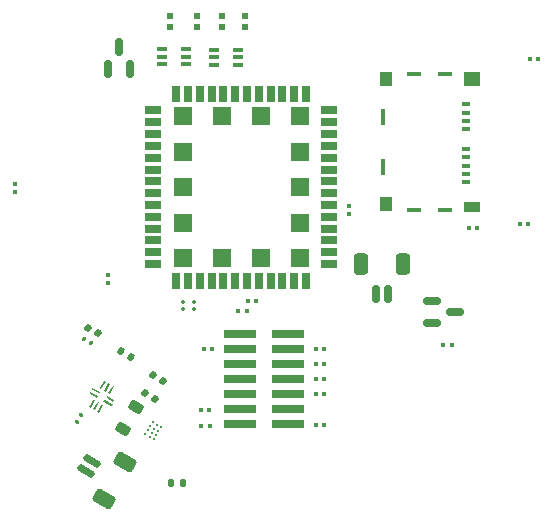
<source format=gbr>
%TF.GenerationSoftware,KiCad,Pcbnew,9.0.2*%
%TF.CreationDate,2025-11-09T00:07:38+05:30*%
%TF.ProjectId,Nade,4e616465-2e6b-4696-9361-645f70636258,rev?*%
%TF.SameCoordinates,Original*%
%TF.FileFunction,Paste,Top*%
%TF.FilePolarity,Positive*%
%FSLAX46Y46*%
G04 Gerber Fmt 4.6, Leading zero omitted, Abs format (unit mm)*
G04 Created by KiCad (PCBNEW 9.0.2) date 2025-11-09 00:07:38*
%MOMM*%
%LPD*%
G01*
G04 APERTURE LIST*
G04 Aperture macros list*
%AMRoundRect*
0 Rectangle with rounded corners*
0 $1 Rounding radius*
0 $2 $3 $4 $5 $6 $7 $8 $9 X,Y pos of 4 corners*
0 Add a 4 corners polygon primitive as box body*
4,1,4,$2,$3,$4,$5,$6,$7,$8,$9,$2,$3,0*
0 Add four circle primitives for the rounded corners*
1,1,$1+$1,$2,$3*
1,1,$1+$1,$4,$5*
1,1,$1+$1,$6,$7*
1,1,$1+$1,$8,$9*
0 Add four rect primitives between the rounded corners*
20,1,$1+$1,$2,$3,$4,$5,0*
20,1,$1+$1,$4,$5,$6,$7,0*
20,1,$1+$1,$6,$7,$8,$9,0*
20,1,$1+$1,$8,$9,$2,$3,0*%
%AMRotRect*
0 Rectangle, with rotation*
0 The origin of the aperture is its center*
0 $1 length*
0 $2 width*
0 $3 Rotation angle, in degrees counterclockwise*
0 Add horizontal line*
21,1,$1,$2,0,0,$3*%
G04 Aperture macros list end*
%ADD10C,0.000000*%
%ADD11R,0.630000X0.510000*%
%ADD12RoundRect,0.067500X-0.067500X0.067500X-0.067500X-0.067500X0.067500X-0.067500X0.067500X0.067500X0*%
%ADD13R,1.350000X0.650000*%
%ADD14R,0.650000X1.350000*%
%ADD15R,1.500000X1.500000*%
%ADD16RoundRect,0.079500X-0.079500X-0.100500X0.079500X-0.100500X0.079500X0.100500X-0.079500X0.100500X0*%
%ADD17RoundRect,0.079500X0.100500X-0.079500X0.100500X0.079500X-0.100500X0.079500X-0.100500X-0.079500X0*%
%ADD18RoundRect,0.079500X0.079500X0.100500X-0.079500X0.100500X-0.079500X-0.100500X0.079500X-0.100500X0*%
%ADD19RoundRect,0.140000X-0.206244X-0.077224X0.036244X-0.217224X0.206244X0.077224X-0.036244X0.217224X0*%
%ADD20R,0.700000X0.450000*%
%ADD21R,1.400000X0.950000*%
%ADD22R,1.400000X1.300000*%
%ADD23R,1.200000X0.400000*%
%ADD24R,1.000000X1.300000*%
%ADD25R,0.400000X1.400000*%
%ADD26RoundRect,0.218750X0.220797X-0.380068X0.439547X-0.001182X-0.220797X0.380068X-0.439547X0.001182X0*%
%ADD27R,0.838200X0.355600*%
%ADD28RoundRect,0.150000X-0.587500X-0.150000X0.587500X-0.150000X0.587500X0.150000X-0.587500X0.150000X0*%
%ADD29RoundRect,0.140000X-0.140000X-0.170000X0.140000X-0.170000X0.140000X0.170000X-0.140000X0.170000X0*%
%ADD30RoundRect,0.067500X0.067500X-0.067500X0.067500X0.067500X-0.067500X0.067500X-0.067500X-0.067500X0*%
%ADD31RoundRect,0.150000X-0.150000X-0.625000X0.150000X-0.625000X0.150000X0.625000X-0.150000X0.625000X0*%
%ADD32RoundRect,0.250000X-0.350000X-0.650000X0.350000X-0.650000X0.350000X0.650000X-0.350000X0.650000X0*%
%ADD33RoundRect,0.079500X-0.119099X-0.047286X0.018599X-0.126786X0.119099X0.047286X-0.018599X0.126786X0*%
%ADD34RoundRect,0.079500X-0.047286X0.119099X-0.126786X-0.018599X0.047286X-0.119099X0.126786X0.018599X0*%
%ADD35RoundRect,0.150000X0.150000X-0.587500X0.150000X0.587500X-0.150000X0.587500X-0.150000X-0.587500X0*%
%ADD36RoundRect,0.079500X-0.100500X0.079500X-0.100500X-0.079500X0.100500X-0.079500X0.100500X0.079500X0*%
%ADD37RoundRect,0.135000X-0.209413X-0.092715X0.024413X-0.227715X0.209413X0.092715X-0.024413X0.227715X0*%
%ADD38C,0.228600*%
%ADD39RotRect,0.200000X0.799224X240.000000*%
%ADD40RoundRect,0.150000X-0.466266X0.442404X-0.616266X0.182596X0.466266X-0.442404X0.616266X-0.182596X0*%
%ADD41RoundRect,0.250000X-0.387917X0.628109X-0.737917X0.021891X0.387917X-0.628109X0.737917X-0.021891X0*%
%ADD42R,2.790000X0.740000*%
G04 APERTURE END LIST*
D10*
%TO.C,U2*%
G36*
X120852333Y-120373389D02*
G01*
X120477332Y-121022910D01*
X120347429Y-120947911D01*
X120722430Y-120298390D01*
X120852333Y-120373389D01*
G37*
G36*
X121198745Y-120573390D02*
G01*
X120823744Y-121222911D01*
X120693838Y-121147910D01*
X121068839Y-120498389D01*
X121198745Y-120573390D01*
G37*
G36*
X121052336Y-120026927D02*
G01*
X120977337Y-120156831D01*
X120327817Y-119781831D01*
X120402816Y-119651927D01*
X121052336Y-120026927D01*
G37*
G36*
X121545154Y-120773390D02*
G01*
X121170153Y-121422911D01*
X121040250Y-121347911D01*
X121415251Y-120698390D01*
X121545154Y-120773390D01*
G37*
G36*
X121252338Y-119680516D02*
G01*
X121177339Y-119810419D01*
X120527818Y-119435419D01*
X120602817Y-119305516D01*
X121252338Y-119680516D01*
G37*
G36*
X121752382Y-118814459D02*
G01*
X121377381Y-119463980D01*
X121247478Y-119388980D01*
X121622479Y-118739459D01*
X121752382Y-118814459D01*
G37*
G36*
X122098794Y-119014460D02*
G01*
X121723793Y-119663981D01*
X121593887Y-119588980D01*
X121968888Y-118939459D01*
X122098794Y-119014460D01*
G37*
G36*
X122445203Y-119214459D02*
G01*
X122070202Y-119863980D01*
X121940299Y-119788981D01*
X122315300Y-119139460D01*
X122445203Y-119214459D01*
G37*
G36*
X122264814Y-120726951D02*
G01*
X122189815Y-120856854D01*
X121540294Y-120481854D01*
X121615293Y-120351951D01*
X122264814Y-120726951D01*
G37*
G36*
X122464815Y-120380539D02*
G01*
X122389816Y-120510443D01*
X121740296Y-120135443D01*
X121815295Y-120005539D01*
X122464815Y-120380539D01*
G37*
%TD*%
D11*
%TO.C,D4*%
X131555000Y-87865000D03*
X131555000Y-88785000D03*
%TD*%
D12*
%TO.C,R11*%
X128325000Y-112100000D03*
X128325000Y-112650000D03*
%TD*%
D13*
%TO.C,MCU1*%
X125780000Y-95850000D03*
X125780000Y-96850000D03*
X125780000Y-97850000D03*
X125780000Y-98850000D03*
X125780000Y-99850000D03*
X125780000Y-100850000D03*
X125780000Y-101850000D03*
X125780000Y-102850000D03*
X125780000Y-103850000D03*
X125780000Y-104850000D03*
X125780000Y-105850000D03*
X125780000Y-106850000D03*
X125780000Y-107850000D03*
X125780000Y-108850000D03*
D14*
X127700000Y-110280000D03*
X128700000Y-110280000D03*
X129700000Y-110280000D03*
X130700000Y-110280000D03*
X131700000Y-110280000D03*
X132700000Y-110280000D03*
X133700000Y-110280000D03*
X134700000Y-110280000D03*
X135700000Y-110280000D03*
X136700000Y-110280000D03*
X137700000Y-110280000D03*
X138700000Y-110280000D03*
D13*
X140620000Y-108850000D03*
X140620000Y-107850000D03*
X140620000Y-106850000D03*
X140620000Y-105850000D03*
X140620000Y-104850000D03*
X140620000Y-103850000D03*
X140620000Y-102850000D03*
X140620000Y-101850000D03*
X140620000Y-100850000D03*
X140620000Y-99850000D03*
X140620000Y-98850000D03*
X140620000Y-97850000D03*
X140620000Y-96850000D03*
X140620000Y-95850000D03*
D14*
X138700000Y-94420000D03*
X137700000Y-94420000D03*
X136700000Y-94420000D03*
X135700000Y-94420000D03*
X134700000Y-94420000D03*
X133700000Y-94420000D03*
X132700000Y-94420000D03*
X131700000Y-94420000D03*
X130700000Y-94420000D03*
X129700000Y-94420000D03*
X128700000Y-94420000D03*
X127700000Y-94420000D03*
D15*
X128250000Y-96350000D03*
X128250000Y-99350000D03*
X128250000Y-102350000D03*
X128250000Y-105350000D03*
X128250000Y-108350000D03*
X131550000Y-108350000D03*
X134850000Y-108350000D03*
X138150000Y-108350000D03*
X138150000Y-105350000D03*
X138150000Y-102350000D03*
X138150000Y-99350000D03*
X138150000Y-96350000D03*
X134850000Y-96350000D03*
X131550000Y-96350000D03*
%TD*%
D16*
%TO.C,R18*%
X150330000Y-115675000D03*
X151020000Y-115675000D03*
%TD*%
%TO.C,R4*%
X139510000Y-117275000D03*
X140200000Y-117275000D03*
%TD*%
D17*
%TO.C,C2*%
X142373063Y-104606219D03*
X142373063Y-103916223D03*
%TD*%
D16*
%TO.C,R13*%
X156820377Y-105455881D03*
X157510373Y-105455881D03*
%TD*%
D11*
%TO.C,D1*%
X129510000Y-87840000D03*
X129510000Y-88760000D03*
%TD*%
D18*
%TO.C,C1*%
X130720000Y-116075000D03*
X130030000Y-116075000D03*
%TD*%
D19*
%TO.C,C5*%
X120269308Y-114245000D03*
X121100692Y-114725000D03*
%TD*%
D20*
%TO.C,J5*%
X152206594Y-100526013D03*
D21*
X152746593Y-103981014D03*
D22*
X152746594Y-93206014D03*
D23*
X150446594Y-92756013D03*
X147846596Y-92756014D03*
D24*
X145486596Y-93206012D03*
D25*
X145186594Y-96396014D03*
X145186592Y-100646015D03*
D24*
X145486595Y-103806016D03*
D23*
X147846594Y-104256012D03*
X150446594Y-104256013D03*
D20*
X152206594Y-95326013D03*
X152206594Y-96026013D03*
X152206594Y-96726013D03*
X152206593Y-97426014D03*
X152206595Y-99126013D03*
X152206596Y-99826012D03*
X152206594Y-101226013D03*
X152206593Y-101926011D03*
%TD*%
D16*
%TO.C,C3*%
X133803064Y-111945678D03*
X134493060Y-111945678D03*
%TD*%
D18*
%TO.C,R1*%
X130520000Y-121175000D03*
X129830000Y-121175000D03*
%TD*%
D11*
%TO.C,D2*%
X127210000Y-87820000D03*
X127210000Y-88740000D03*
%TD*%
D19*
%TO.C,C9*%
X125769308Y-118255000D03*
X126600692Y-118735000D03*
%TD*%
D18*
%TO.C,R2*%
X130540000Y-122545000D03*
X129850000Y-122545000D03*
%TD*%
D26*
%TO.C,L1*%
X123243750Y-122795152D03*
X124306250Y-120954848D03*
%TD*%
D27*
%TO.C,U5*%
X132952100Y-92010498D03*
X132952100Y-91360500D03*
X132952102Y-90710501D03*
X130869300Y-90710502D03*
X130869300Y-91360500D03*
X130869298Y-92010499D03*
%TD*%
D16*
%TO.C,R3*%
X139510000Y-116085000D03*
X140200000Y-116085000D03*
%TD*%
D28*
%TO.C,Q2*%
X151271270Y-112935000D03*
X149396270Y-111985000D03*
X149396270Y-113885000D03*
%TD*%
D27*
%TO.C,U4*%
X126469300Y-90643501D03*
X126469300Y-91293500D03*
X126469300Y-91943499D03*
X128552100Y-91943499D03*
X128552100Y-91293500D03*
X128552100Y-90643501D03*
%TD*%
D18*
%TO.C,R15*%
X153209509Y-105785171D03*
X152519513Y-105785171D03*
%TD*%
D29*
%TO.C,C7*%
X127305000Y-127355000D03*
X128265000Y-127355000D03*
%TD*%
D17*
%TO.C,R8*%
X121925000Y-110450000D03*
X121925000Y-109760000D03*
%TD*%
D30*
%TO.C,R12*%
X129246158Y-112651136D03*
X129246158Y-112101136D03*
%TD*%
D31*
%TO.C,J3*%
X144625001Y-111400004D03*
X145625000Y-111400000D03*
D32*
X143325001Y-108875000D03*
X146924998Y-108875002D03*
%TD*%
D16*
%TO.C,R7*%
X139520000Y-122475000D03*
X140210000Y-122475000D03*
%TD*%
%TO.C,R5*%
X139520000Y-118570000D03*
X140210000Y-118570000D03*
%TD*%
D11*
%TO.C,D3*%
X133574999Y-87890000D03*
X133574999Y-88810000D03*
%TD*%
D33*
%TO.C,C6*%
X119876223Y-115202501D03*
X120473777Y-115547499D03*
%TD*%
D34*
%TO.C,C10*%
X119647499Y-121626223D03*
X119302501Y-122223777D03*
%TD*%
D35*
%TO.C,Q1*%
X122855000Y-90472500D03*
X121905001Y-92347501D03*
X123805000Y-92347500D03*
%TD*%
D16*
%TO.C,R6*%
X139520000Y-119885000D03*
X140210000Y-119885000D03*
%TD*%
D36*
%TO.C,R9*%
X114085000Y-102080000D03*
X114085000Y-102770000D03*
%TD*%
D37*
%TO.C,R10*%
X123033327Y-116220000D03*
X123916673Y-116730000D03*
%TD*%
D38*
%TO.C,U1*%
X125796663Y-123678598D03*
X125450253Y-123478598D03*
X125103843Y-123278598D03*
X125996663Y-123332188D03*
X125650253Y-123132188D03*
X125303843Y-122932188D03*
X126196663Y-122985778D03*
X125850253Y-122785778D03*
X125503843Y-122585778D03*
X126396663Y-122639368D03*
X126050253Y-122439368D03*
X125703843Y-122239368D03*
%TD*%
D39*
%TO.C,U2*%
X121902198Y-120604196D03*
%TD*%
D18*
%TO.C,C4*%
X133668060Y-112830134D03*
X132978064Y-112830134D03*
%TD*%
D16*
%TO.C,R14*%
X157625579Y-91519815D03*
X158315581Y-91519813D03*
%TD*%
D40*
%TO.C,J4*%
X120548268Y-125507290D03*
X120048269Y-126373316D03*
D41*
X123384983Y-125643958D03*
X121584982Y-128761648D03*
%TD*%
D19*
%TO.C,C8*%
X125069308Y-119785000D03*
X125900692Y-120265000D03*
%TD*%
D42*
%TO.C,J1*%
X133100000Y-114795000D03*
X137170000Y-114795000D03*
X133100000Y-116064999D03*
X137170000Y-116064999D03*
X133100000Y-117335000D03*
X137170000Y-117335000D03*
X133100000Y-118605000D03*
X137170000Y-118605000D03*
X133100000Y-119875000D03*
X137170000Y-119875000D03*
X133100000Y-121145001D03*
X137170000Y-121145001D03*
X133100000Y-122415000D03*
X137170000Y-122415000D03*
%TD*%
M02*

</source>
